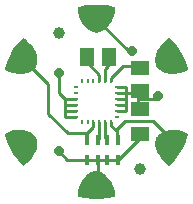
<source format=gbr>
G04 EAGLE Gerber RS-274X export*
G75*
%MOMM*%
%FSLAX34Y34*%
%LPD*%
%INTop Copper*%
%IPPOS*%
%AMOC8*
5,1,8,0,0,1.08239X$1,22.5*%
G01*
%ADD10R,1.500000X1.200000*%
%ADD11C,1.000000*%
%ADD12C,2.184400*%
%ADD13R,0.400000X0.210000*%
%ADD14R,0.210000X0.400000*%
%ADD15R,1.300000X1.500000*%
%ADD16R,1.500000X1.300000*%
%ADD17R,0.450000X0.900000*%
%ADD18C,0.254000*%
%ADD19P,0.866020X8X22.500000*%

G36*
X3062Y-82374D02*
X3062Y-82374D01*
X3099Y-82376D01*
X9133Y-81742D01*
X9160Y-81734D01*
X9198Y-81732D01*
X15132Y-80470D01*
X15154Y-80461D01*
X15178Y-80459D01*
X15257Y-80419D01*
X15340Y-80386D01*
X15357Y-80370D01*
X15378Y-80359D01*
X15411Y-80325D01*
X15413Y-80323D01*
X15422Y-80313D01*
X15439Y-80294D01*
X15505Y-80234D01*
X15516Y-80213D01*
X15532Y-80195D01*
X15548Y-80157D01*
X15555Y-80149D01*
X15568Y-80111D01*
X15607Y-80034D01*
X15610Y-80011D01*
X15619Y-79989D01*
X15622Y-79951D01*
X15627Y-79936D01*
X15626Y-79897D01*
X15630Y-79841D01*
X15633Y-79811D01*
X15632Y-79807D01*
X15632Y-79802D01*
X15345Y-76043D01*
X15334Y-76003D01*
X15329Y-75945D01*
X14457Y-72278D01*
X14440Y-72240D01*
X14426Y-72183D01*
X12991Y-68698D01*
X12969Y-68663D01*
X12946Y-68609D01*
X10983Y-65391D01*
X10956Y-65360D01*
X10925Y-65310D01*
X8483Y-62439D01*
X8445Y-62408D01*
X8389Y-62349D01*
X6603Y-60963D01*
X6578Y-60950D01*
X6574Y-60945D01*
X6563Y-60940D01*
X6535Y-60917D01*
X4583Y-59776D01*
X4550Y-59764D01*
X4509Y-59739D01*
X2426Y-58862D01*
X2391Y-58855D01*
X2347Y-58835D01*
X168Y-58238D01*
X92Y-58232D01*
X19Y-58216D01*
X-24Y-58221D01*
X-56Y-58218D01*
X-100Y-58230D01*
X-168Y-58238D01*
X-2347Y-58835D01*
X-2379Y-58851D01*
X-2426Y-58862D01*
X-4509Y-59739D01*
X-4539Y-59758D01*
X-4583Y-59776D01*
X-6535Y-60917D01*
X-6561Y-60940D01*
X-6603Y-60963D01*
X-8389Y-62349D01*
X-8422Y-62386D01*
X-8483Y-62439D01*
X-10925Y-65310D01*
X-10946Y-65346D01*
X-10983Y-65391D01*
X-12946Y-68609D01*
X-12961Y-68647D01*
X-12991Y-68698D01*
X-14426Y-72183D01*
X-14435Y-72224D01*
X-14457Y-72278D01*
X-15329Y-75945D01*
X-15331Y-75986D01*
X-15345Y-76043D01*
X-15632Y-79802D01*
X-15630Y-79825D01*
X-15634Y-79849D01*
X-15622Y-79920D01*
X-15620Y-79973D01*
X-15613Y-79990D01*
X-15610Y-80025D01*
X-15599Y-80046D01*
X-15595Y-80070D01*
X-15550Y-80146D01*
X-15550Y-80147D01*
X-15536Y-80181D01*
X-15529Y-80188D01*
X-15511Y-80226D01*
X-15493Y-80243D01*
X-15481Y-80263D01*
X-15413Y-80319D01*
X-15391Y-80340D01*
X-15384Y-80347D01*
X-15382Y-80348D01*
X-15348Y-80380D01*
X-15326Y-80390D01*
X-15307Y-80405D01*
X-15170Y-80456D01*
X-15141Y-80468D01*
X-15137Y-80469D01*
X-15132Y-80470D01*
X-9198Y-81732D01*
X-9169Y-81733D01*
X-9133Y-81742D01*
X-3099Y-82376D01*
X-3071Y-82374D01*
X-3033Y-82380D01*
X3033Y-82380D01*
X3062Y-82374D01*
G37*
G36*
X-62590Y23819D02*
X-62590Y23819D01*
X-62550Y23827D01*
X-62491Y23829D01*
X-58784Y24508D01*
X-58737Y24525D01*
X-58658Y24544D01*
X-56565Y25398D01*
X-56535Y25417D01*
X-56491Y25434D01*
X-54527Y26554D01*
X-54500Y26576D01*
X-54458Y26599D01*
X-52657Y27965D01*
X-52633Y27991D01*
X-52595Y28020D01*
X-50988Y29609D01*
X-50944Y29671D01*
X-50894Y29727D01*
X-50881Y29757D01*
X-50876Y29764D01*
X-50873Y29772D01*
X-50859Y29793D01*
X-50847Y29837D01*
X-50820Y29899D01*
X-50247Y32086D01*
X-50244Y32121D01*
X-50231Y32167D01*
X-49949Y34410D01*
X-49951Y34445D01*
X-49944Y34492D01*
X-49956Y36752D01*
X-49963Y36787D01*
X-49962Y36835D01*
X-50269Y39074D01*
X-50285Y39121D01*
X-50300Y39201D01*
X-51566Y42752D01*
X-51587Y42787D01*
X-51607Y42842D01*
X-53412Y46151D01*
X-53438Y46183D01*
X-53467Y46235D01*
X-55767Y49220D01*
X-55798Y49248D01*
X-55834Y49294D01*
X-58574Y51883D01*
X-58608Y51905D01*
X-58651Y51945D01*
X-61762Y54074D01*
X-61784Y54084D01*
X-61802Y54099D01*
X-61885Y54129D01*
X-61900Y54136D01*
X-61916Y54144D01*
X-61919Y54144D01*
X-61967Y54166D01*
X-61991Y54167D01*
X-62013Y54175D01*
X-62102Y54175D01*
X-62191Y54181D01*
X-62213Y54174D01*
X-62237Y54174D01*
X-62321Y54142D01*
X-62406Y54117D01*
X-62425Y54102D01*
X-62447Y54094D01*
X-62523Y54032D01*
X-62546Y54018D01*
X-62559Y54001D01*
X-62561Y54000D01*
X-62585Y53982D01*
X-62587Y53978D01*
X-62592Y53975D01*
X-66651Y49467D01*
X-66666Y49442D01*
X-66693Y49415D01*
X-70258Y44507D01*
X-70271Y44481D01*
X-70294Y44452D01*
X-73328Y39198D01*
X-73337Y39171D01*
X-73358Y39139D01*
X-75825Y33597D01*
X-75832Y33569D01*
X-75849Y33535D01*
X-77723Y27766D01*
X-77727Y27742D01*
X-77736Y27720D01*
X-77742Y27632D01*
X-77754Y27543D01*
X-77749Y27520D01*
X-77750Y27496D01*
X-77725Y27411D01*
X-77705Y27324D01*
X-77692Y27304D01*
X-77685Y27282D01*
X-77632Y27211D01*
X-77583Y27136D01*
X-77564Y27122D01*
X-77550Y27103D01*
X-77427Y27020D01*
X-77403Y27002D01*
X-77399Y27001D01*
X-77395Y26998D01*
X-73996Y25368D01*
X-73956Y25357D01*
X-73903Y25332D01*
X-70291Y24254D01*
X-70250Y24249D01*
X-70194Y24233D01*
X-66458Y23733D01*
X-66417Y23735D01*
X-66358Y23728D01*
X-62590Y23819D01*
G37*
G36*
X66399Y23734D02*
X66399Y23734D01*
X66458Y23733D01*
X70194Y24233D01*
X70233Y24246D01*
X70291Y24254D01*
X73903Y25332D01*
X73940Y25351D01*
X73996Y25368D01*
X77395Y26998D01*
X77414Y27012D01*
X77436Y27020D01*
X77504Y27077D01*
X77576Y27129D01*
X77590Y27149D01*
X77608Y27164D01*
X77652Y27241D01*
X77701Y27315D01*
X77707Y27339D01*
X77719Y27359D01*
X77733Y27447D01*
X77753Y27534D01*
X77751Y27557D01*
X77754Y27581D01*
X77730Y27727D01*
X77726Y27756D01*
X77724Y27760D01*
X77723Y27766D01*
X75849Y33535D01*
X75835Y33561D01*
X75825Y33597D01*
X73358Y39139D01*
X73341Y39163D01*
X73328Y39198D01*
X70294Y44452D01*
X70276Y44474D01*
X70258Y44507D01*
X66693Y49415D01*
X66672Y49435D01*
X66651Y49467D01*
X62592Y53975D01*
X62573Y53989D01*
X62559Y54009D01*
X62529Y54029D01*
X62517Y54041D01*
X62484Y54059D01*
X62414Y54112D01*
X62392Y54119D01*
X62372Y54133D01*
X62285Y54153D01*
X62200Y54180D01*
X62176Y54178D01*
X62153Y54184D01*
X62065Y54173D01*
X61976Y54168D01*
X61954Y54159D01*
X61931Y54156D01*
X61883Y54132D01*
X61880Y54132D01*
X61874Y54128D01*
X61798Y54091D01*
X61770Y54079D01*
X61767Y54076D01*
X61762Y54074D01*
X58651Y51945D01*
X58622Y51916D01*
X58574Y51883D01*
X55834Y49294D01*
X55810Y49261D01*
X55767Y49220D01*
X53467Y46235D01*
X53448Y46198D01*
X53412Y46151D01*
X51607Y42842D01*
X51594Y42803D01*
X51566Y42752D01*
X50300Y39201D01*
X50292Y39152D01*
X50269Y39074D01*
X49962Y36835D01*
X49964Y36800D01*
X49956Y36752D01*
X49944Y34492D01*
X49950Y34457D01*
X49949Y34410D01*
X50231Y32167D01*
X50242Y32133D01*
X50247Y32086D01*
X50820Y29899D01*
X50852Y29831D01*
X50875Y29759D01*
X50893Y29735D01*
X50895Y29732D01*
X50901Y29725D01*
X50915Y29696D01*
X50947Y29664D01*
X50988Y29609D01*
X52595Y28020D01*
X52624Y28000D01*
X52657Y27965D01*
X54458Y26599D01*
X54490Y26583D01*
X54527Y26554D01*
X56491Y25434D01*
X56524Y25422D01*
X56565Y25398D01*
X58658Y24544D01*
X58707Y24534D01*
X58784Y24508D01*
X62491Y23829D01*
X62532Y23829D01*
X62590Y23819D01*
X66358Y23728D01*
X66399Y23734D01*
G37*
G36*
X62213Y-54174D02*
X62213Y-54174D01*
X62237Y-54174D01*
X62321Y-54142D01*
X62406Y-54117D01*
X62425Y-54102D01*
X62447Y-54094D01*
X62561Y-54000D01*
X62585Y-53982D01*
X62587Y-53978D01*
X62592Y-53975D01*
X66651Y-49467D01*
X66666Y-49442D01*
X66693Y-49415D01*
X70258Y-44507D01*
X70271Y-44481D01*
X70294Y-44452D01*
X73328Y-39198D01*
X73337Y-39171D01*
X73358Y-39139D01*
X75825Y-33597D01*
X75832Y-33569D01*
X75849Y-33535D01*
X77723Y-27766D01*
X77727Y-27742D01*
X77736Y-27720D01*
X77742Y-27632D01*
X77754Y-27543D01*
X77749Y-27520D01*
X77750Y-27496D01*
X77725Y-27411D01*
X77705Y-27324D01*
X77692Y-27304D01*
X77685Y-27282D01*
X77632Y-27211D01*
X77583Y-27136D01*
X77564Y-27122D01*
X77550Y-27103D01*
X77427Y-27020D01*
X77403Y-27002D01*
X77399Y-27001D01*
X77395Y-26998D01*
X73996Y-25368D01*
X73956Y-25357D01*
X73903Y-25332D01*
X70291Y-24254D01*
X70250Y-24249D01*
X70194Y-24233D01*
X66458Y-23733D01*
X66417Y-23735D01*
X66358Y-23728D01*
X62590Y-23819D01*
X62550Y-23827D01*
X62491Y-23829D01*
X58784Y-24508D01*
X58737Y-24525D01*
X58658Y-24544D01*
X56565Y-25398D01*
X56535Y-25417D01*
X56491Y-25434D01*
X54527Y-26554D01*
X54500Y-26576D01*
X54458Y-26599D01*
X52657Y-27965D01*
X52633Y-27991D01*
X52595Y-28020D01*
X50988Y-29609D01*
X50944Y-29671D01*
X50894Y-29727D01*
X50877Y-29766D01*
X50859Y-29793D01*
X50847Y-29837D01*
X50820Y-29899D01*
X50247Y-32086D01*
X50244Y-32121D01*
X50231Y-32167D01*
X49949Y-34410D01*
X49951Y-34445D01*
X49944Y-34492D01*
X49956Y-36752D01*
X49963Y-36787D01*
X49962Y-36835D01*
X50269Y-39074D01*
X50273Y-39087D01*
X50274Y-39093D01*
X50283Y-39117D01*
X50285Y-39121D01*
X50300Y-39201D01*
X51566Y-42752D01*
X51587Y-42787D01*
X51607Y-42842D01*
X53412Y-46151D01*
X53438Y-46183D01*
X53467Y-46235D01*
X55767Y-49220D01*
X55798Y-49248D01*
X55834Y-49294D01*
X58574Y-51883D01*
X58608Y-51905D01*
X58651Y-51945D01*
X61762Y-54074D01*
X61784Y-54084D01*
X61802Y-54099D01*
X61885Y-54129D01*
X61967Y-54166D01*
X61991Y-54167D01*
X62013Y-54175D01*
X62102Y-54175D01*
X62191Y-54181D01*
X62213Y-54174D01*
G37*
G36*
X-62065Y-54173D02*
X-62065Y-54173D01*
X-61976Y-54168D01*
X-61954Y-54159D01*
X-61931Y-54156D01*
X-61798Y-54091D01*
X-61770Y-54079D01*
X-61767Y-54076D01*
X-61762Y-54074D01*
X-58651Y-51945D01*
X-58622Y-51916D01*
X-58574Y-51883D01*
X-55834Y-49294D01*
X-55810Y-49261D01*
X-55767Y-49220D01*
X-53467Y-46235D01*
X-53448Y-46198D01*
X-53412Y-46151D01*
X-51607Y-42842D01*
X-51594Y-42803D01*
X-51566Y-42752D01*
X-50300Y-39201D01*
X-50292Y-39152D01*
X-50269Y-39074D01*
X-49962Y-36835D01*
X-49964Y-36800D01*
X-49956Y-36752D01*
X-49944Y-34492D01*
X-49950Y-34457D01*
X-49949Y-34410D01*
X-50231Y-32167D01*
X-50242Y-32133D01*
X-50247Y-32086D01*
X-50820Y-29899D01*
X-50852Y-29831D01*
X-50875Y-29759D01*
X-50901Y-29725D01*
X-50915Y-29696D01*
X-50947Y-29664D01*
X-50988Y-29609D01*
X-52595Y-28020D01*
X-52624Y-28000D01*
X-52657Y-27965D01*
X-54458Y-26599D01*
X-54490Y-26583D01*
X-54527Y-26554D01*
X-56491Y-25434D01*
X-56524Y-25422D01*
X-56565Y-25398D01*
X-58658Y-24544D01*
X-58707Y-24534D01*
X-58784Y-24508D01*
X-62491Y-23829D01*
X-62532Y-23829D01*
X-62590Y-23819D01*
X-66358Y-23728D01*
X-66399Y-23734D01*
X-66458Y-23733D01*
X-70194Y-24233D01*
X-70233Y-24246D01*
X-70291Y-24254D01*
X-73903Y-25332D01*
X-73940Y-25351D01*
X-73996Y-25368D01*
X-77395Y-26998D01*
X-77414Y-27012D01*
X-77436Y-27020D01*
X-77504Y-27077D01*
X-77576Y-27129D01*
X-77590Y-27149D01*
X-77608Y-27164D01*
X-77652Y-27241D01*
X-77701Y-27315D01*
X-77707Y-27339D01*
X-77719Y-27359D01*
X-77733Y-27447D01*
X-77753Y-27534D01*
X-77751Y-27557D01*
X-77754Y-27581D01*
X-77730Y-27727D01*
X-77726Y-27756D01*
X-77724Y-27760D01*
X-77723Y-27766D01*
X-75849Y-33535D01*
X-75835Y-33561D01*
X-75825Y-33597D01*
X-73358Y-39139D01*
X-73341Y-39163D01*
X-73328Y-39198D01*
X-70294Y-44452D01*
X-70276Y-44474D01*
X-70258Y-44507D01*
X-66693Y-49415D01*
X-66672Y-49435D01*
X-66651Y-49467D01*
X-62592Y-53975D01*
X-62573Y-53989D01*
X-62559Y-54009D01*
X-62485Y-54058D01*
X-62414Y-54112D01*
X-62392Y-54119D01*
X-62372Y-54133D01*
X-62285Y-54153D01*
X-62200Y-54180D01*
X-62176Y-54178D01*
X-62153Y-54184D01*
X-62065Y-54173D01*
G37*
G36*
X24Y58221D02*
X24Y58221D01*
X56Y58218D01*
X100Y58230D01*
X168Y58238D01*
X2347Y58835D01*
X2379Y58851D01*
X2426Y58862D01*
X4509Y59739D01*
X4539Y59758D01*
X4583Y59776D01*
X6535Y60917D01*
X6561Y60940D01*
X6603Y60963D01*
X8389Y62349D01*
X8422Y62386D01*
X8483Y62439D01*
X10925Y65310D01*
X10946Y65346D01*
X10983Y65391D01*
X12946Y68609D01*
X12961Y68647D01*
X12991Y68698D01*
X14426Y72183D01*
X14435Y72224D01*
X14457Y72278D01*
X15329Y75945D01*
X15331Y75986D01*
X15345Y76043D01*
X15632Y79802D01*
X15630Y79825D01*
X15634Y79849D01*
X15619Y79936D01*
X15610Y80025D01*
X15599Y80046D01*
X15595Y80070D01*
X15550Y80146D01*
X15511Y80226D01*
X15493Y80243D01*
X15481Y80263D01*
X15413Y80319D01*
X15348Y80380D01*
X15326Y80390D01*
X15307Y80405D01*
X15170Y80456D01*
X15141Y80468D01*
X15137Y80469D01*
X15132Y80470D01*
X9198Y81732D01*
X9169Y81733D01*
X9133Y81742D01*
X3099Y82376D01*
X3071Y82374D01*
X3033Y82380D01*
X-3033Y82380D01*
X-3062Y82374D01*
X-3099Y82376D01*
X-9133Y81742D01*
X-9160Y81734D01*
X-9198Y81732D01*
X-15132Y80470D01*
X-15154Y80461D01*
X-15178Y80459D01*
X-15257Y80419D01*
X-15340Y80386D01*
X-15357Y80370D01*
X-15378Y80359D01*
X-15439Y80294D01*
X-15505Y80234D01*
X-15516Y80213D01*
X-15532Y80195D01*
X-15566Y80113D01*
X-15607Y80034D01*
X-15610Y80011D01*
X-15619Y79989D01*
X-15630Y79841D01*
X-15633Y79811D01*
X-15632Y79807D01*
X-15632Y79802D01*
X-15345Y76043D01*
X-15334Y76003D01*
X-15329Y75945D01*
X-14457Y72278D01*
X-14440Y72240D01*
X-14426Y72183D01*
X-12991Y68698D01*
X-12969Y68663D01*
X-12946Y68609D01*
X-10983Y65391D01*
X-10956Y65360D01*
X-10925Y65310D01*
X-8483Y62439D01*
X-8445Y62408D01*
X-8389Y62349D01*
X-6603Y60963D01*
X-6572Y60947D01*
X-6535Y60917D01*
X-4583Y59776D01*
X-4550Y59764D01*
X-4509Y59739D01*
X-2426Y58862D01*
X-2391Y58855D01*
X-2347Y58835D01*
X-168Y58238D01*
X-92Y58232D01*
X-19Y58216D01*
X24Y58221D01*
G37*
D10*
X36830Y-27010D03*
X36830Y-6010D03*
D11*
X-31750Y58420D03*
D12*
X60960Y-35560D03*
X-60960Y-35560D03*
X-60960Y35560D03*
X60960Y35560D03*
X0Y-69850D03*
X0Y69850D03*
D11*
X36830Y-57150D03*
D13*
X17250Y-12500D03*
X17250Y-7500D03*
X17250Y-2500D03*
X17250Y2500D03*
X17250Y7500D03*
X17250Y12500D03*
D14*
X12500Y17250D03*
X7500Y17250D03*
X2500Y17250D03*
X-2500Y17250D03*
X-7500Y17250D03*
X-12500Y17250D03*
D13*
X-17250Y12500D03*
X-17250Y7500D03*
X-17250Y2500D03*
X-17250Y-2500D03*
X-17250Y-7500D03*
X-17250Y-12500D03*
D14*
X-12500Y-17250D03*
X-7500Y-17250D03*
X-2500Y-17250D03*
X2500Y-17250D03*
X7500Y-17250D03*
X12500Y-17250D03*
D15*
X10770Y38100D03*
X-8230Y38100D03*
D16*
X36830Y28550D03*
X36830Y9550D03*
D17*
X18080Y-49140D03*
X18080Y-32140D03*
X9080Y-49140D03*
X1080Y-49140D03*
X-7920Y-49140D03*
X-7920Y-32140D03*
X9080Y-32140D03*
X1080Y-32140D03*
D18*
X17250Y7500D02*
X25400Y7500D01*
X33510Y7500D01*
X36830Y9550D01*
X35560Y2540D01*
X35560Y-3200D01*
X36830Y-6010D01*
X25400Y2500D02*
X17250Y2500D01*
X25400Y2500D02*
X25400Y7500D01*
X25400Y-2500D02*
X17250Y-2500D01*
X25400Y-2500D02*
X25400Y2500D01*
X25400Y-7500D02*
X17250Y-7500D01*
X25400Y-7500D02*
X25400Y-2500D01*
X25400Y12500D02*
X17250Y12500D01*
X25400Y12500D02*
X25400Y7500D01*
X36220Y8890D02*
X36830Y9550D01*
X27940Y43180D02*
X0Y69850D01*
X27940Y43180D02*
X30480Y43180D01*
D19*
X30480Y43180D03*
X52070Y5080D03*
D18*
X49530Y2540D01*
X35560Y2540D01*
X-17250Y-12500D02*
X-26670Y-12500D01*
X-26670Y-7500D01*
X-26670Y-2500D01*
X-26670Y2540D01*
X-17250Y2540D01*
X-17250Y2500D01*
X-17250Y-2500D02*
X-26670Y-2500D01*
X-26670Y-7500D02*
X-17250Y-7500D01*
X9080Y-49140D02*
X18080Y-49140D01*
X9080Y-49140D02*
X1080Y-49140D01*
X-7920Y-49140D01*
X0Y-69850D02*
X1080Y-71120D01*
X1080Y-49140D01*
X18080Y-49140D02*
X39370Y-27850D01*
X36830Y-27010D01*
X-26670Y2540D02*
X-31750Y7620D01*
X-31750Y24130D01*
D19*
X-31750Y24130D03*
X-31750Y-41910D03*
D18*
X-24520Y-49140D01*
X-7920Y-49140D01*
X12500Y-20120D02*
X12500Y-17250D01*
X12500Y-20120D02*
X16510Y-24130D01*
X17780Y-25400D01*
X18080Y-32140D01*
X55880Y-40640D02*
X60960Y-35560D01*
X24130Y-16510D02*
X16510Y-24130D01*
X24130Y-16510D02*
X48260Y-16510D01*
X60960Y-29210D01*
X60960Y-35560D01*
X-2500Y-21550D02*
X-2500Y-17250D01*
X-2500Y-21550D02*
X-7620Y-26670D01*
X-7620Y-31840D01*
X-7920Y-32140D01*
X-40640Y15240D02*
X-60960Y35560D01*
X-40640Y15240D02*
X-40640Y-10160D01*
X-24130Y-26670D01*
X-7620Y-26670D01*
X7500Y-30560D02*
X7500Y-17250D01*
X7500Y-30560D02*
X9080Y-32140D01*
X2500Y-30720D02*
X2500Y-17250D01*
X2500Y-30720D02*
X1080Y-32140D01*
X7500Y17250D02*
X7500Y27820D01*
X10160Y30480D01*
X10160Y37490D01*
X10770Y38100D01*
X2500Y22900D02*
X2500Y17250D01*
X2500Y22900D02*
X-8230Y33630D01*
X-8230Y38100D01*
X12500Y20120D02*
X12500Y17250D01*
X12500Y20120D02*
X22860Y30480D01*
X33630Y30480D01*
X36830Y28550D01*
M02*

</source>
